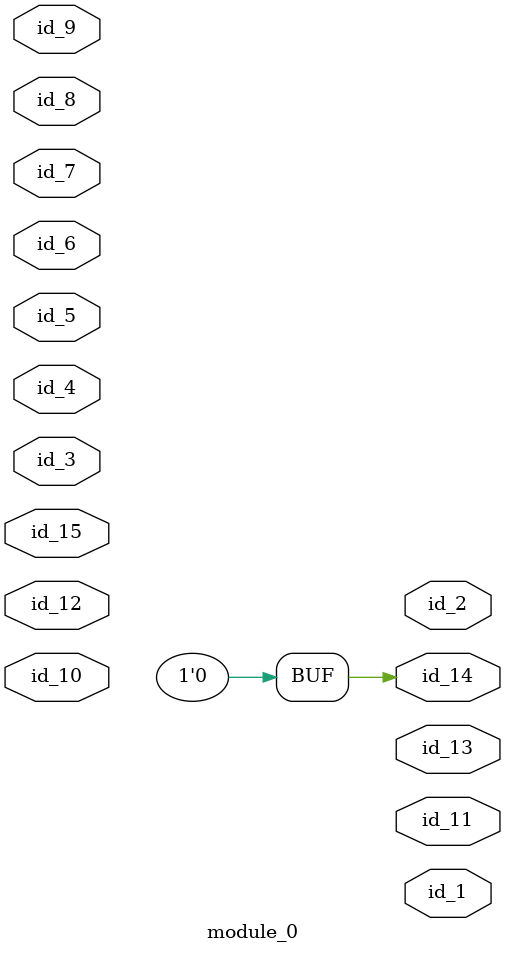
<source format=v>
module module_0 (
    id_1,
    id_2,
    id_3,
    id_4,
    id_5,
    id_6,
    id_7,
    id_8,
    id_9,
    id_10,
    id_11,
    id_12,
    id_13,
    id_14,
    id_15
);
  input id_15;
  output id_14;
  output id_13;
  inout id_12;
  output id_11;
  input id_10;
  inout id_9;
  inout id_8;
  input id_7;
  input id_6;
  inout id_5;
  inout id_4;
  inout id_3;
  output id_2;
  output id_1;
  assign id_14 = ~(1);
endmodule

</source>
